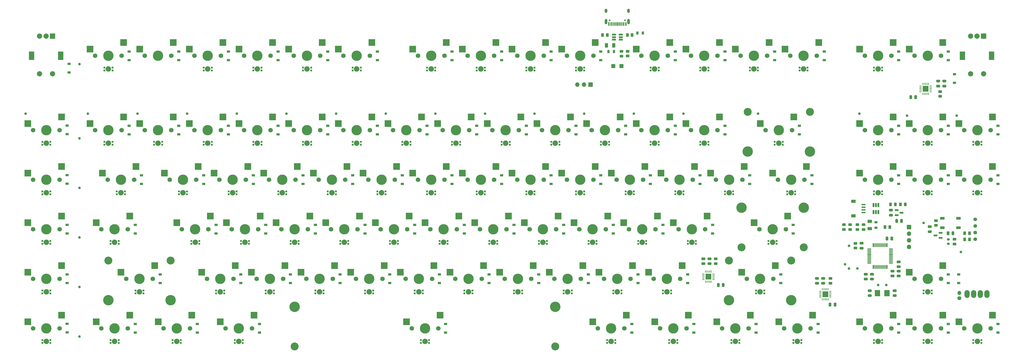
<source format=gbs>
%TF.GenerationSoftware,KiCad,Pcbnew,(6.0.0)*%
%TF.CreationDate,2022-03-06T17:03:46-05:00*%
%TF.ProjectId,keyboard0,6b657962-6f61-4726-9430-2e6b69636164,rev?*%
%TF.SameCoordinates,Original*%
%TF.FileFunction,Soldermask,Bot*%
%TF.FilePolarity,Negative*%
%FSLAX46Y46*%
G04 Gerber Fmt 4.6, Leading zero omitted, Abs format (unit mm)*
G04 Created by KiCad (PCBNEW (6.0.0)) date 2022-03-06 17:03:46*
%MOMM*%
%LPD*%
G01*
G04 APERTURE LIST*
G04 Aperture macros list*
%AMRoundRect*
0 Rectangle with rounded corners*
0 $1 Rounding radius*
0 $2 $3 $4 $5 $6 $7 $8 $9 X,Y pos of 4 corners*
0 Add a 4 corners polygon primitive as box body*
4,1,4,$2,$3,$4,$5,$6,$7,$8,$9,$2,$3,0*
0 Add four circle primitives for the rounded corners*
1,1,$1+$1,$2,$3*
1,1,$1+$1,$4,$5*
1,1,$1+$1,$6,$7*
1,1,$1+$1,$8,$9*
0 Add four rect primitives between the rounded corners*
20,1,$1+$1,$2,$3,$4,$5,0*
20,1,$1+$1,$4,$5,$6,$7,0*
20,1,$1+$1,$6,$7,$8,$9,0*
20,1,$1+$1,$8,$9,$2,$3,0*%
G04 Aperture macros list end*
%ADD10C,3.987800*%
%ADD11C,4.000000*%
%ADD12C,3.050000*%
%ADD13R,2.550000X2.500000*%
%ADD14C,1.750000*%
%ADD15R,0.800000X0.700000*%
%ADD16C,2.100000*%
%ADD17R,0.650000X1.560000*%
%ADD18O,1.000000X1.600000*%
%ADD19C,0.650000*%
%ADD20O,1.000000X2.100000*%
%ADD21R,0.300000X1.450000*%
%ADD22R,0.600000X1.450000*%
%ADD23RoundRect,0.250000X0.250000X0.475000X-0.250000X0.475000X-0.250000X-0.475000X0.250000X-0.475000X0*%
%ADD24RoundRect,0.075000X0.662500X-0.075000X0.662500X0.075000X-0.662500X0.075000X-0.662500X-0.075000X0*%
%ADD25RoundRect,0.075000X0.075000X-0.662500X0.075000X0.662500X-0.075000X0.662500X-0.075000X-0.662500X0*%
%ADD26RoundRect,0.243750X0.243750X0.456250X-0.243750X0.456250X-0.243750X-0.456250X0.243750X-0.456250X0*%
%ADD27RoundRect,0.250000X0.262500X0.450000X-0.262500X0.450000X-0.262500X-0.450000X0.262500X-0.450000X0*%
%ADD28R,1.560000X0.650000*%
%ADD29R,1.200000X0.900000*%
%ADD30RoundRect,0.050000X-0.050000X0.362500X-0.050000X-0.362500X0.050000X-0.362500X0.050000X0.362500X0*%
%ADD31RoundRect,0.050000X-0.362500X0.050000X-0.362500X-0.050000X0.362500X-0.050000X0.362500X0.050000X0*%
%ADD32R,2.300000X2.300000*%
%ADD33RoundRect,0.250000X0.475000X-0.250000X0.475000X0.250000X-0.475000X0.250000X-0.475000X-0.250000X0*%
%ADD34O,2.000000X3.000000*%
%ADD35C,1.524000*%
%ADD36O,1.524000X1.524000*%
%ADD37C,2.000000*%
%ADD38R,2.000000X3.200000*%
%ADD39R,2.000000X2.000000*%
%ADD40C,1.397000*%
%ADD41RoundRect,0.250000X-0.262500X-0.450000X0.262500X-0.450000X0.262500X0.450000X-0.262500X0.450000X0*%
%ADD42C,1.000000*%
%ADD43R,1.500000X1.500000*%
%ADD44RoundRect,0.218750X0.218750X0.381250X-0.218750X0.381250X-0.218750X-0.381250X0.218750X-0.381250X0*%
%ADD45RoundRect,0.250000X-0.475000X0.250000X-0.475000X-0.250000X0.475000X-0.250000X0.475000X0.250000X0*%
%ADD46RoundRect,0.250000X-0.625000X0.375000X-0.625000X-0.375000X0.625000X-0.375000X0.625000X0.375000X0*%
%ADD47RoundRect,0.218750X0.381250X-0.218750X0.381250X0.218750X-0.381250X0.218750X-0.381250X-0.218750X0*%
%ADD48R,1.700000X1.700000*%
%ADD49O,1.700000X1.700000*%
%ADD50RoundRect,0.250000X-0.450000X0.262500X-0.450000X-0.262500X0.450000X-0.262500X0.450000X0.262500X0*%
%ADD51RoundRect,0.150000X-0.587500X-0.150000X0.587500X-0.150000X0.587500X0.150000X-0.587500X0.150000X0*%
%ADD52R,2.000000X2.400000*%
%ADD53RoundRect,0.243750X0.456250X-0.243750X0.456250X0.243750X-0.456250X0.243750X-0.456250X-0.243750X0*%
%ADD54RoundRect,0.250000X-0.250000X-0.475000X0.250000X-0.475000X0.250000X0.475000X-0.250000X0.475000X0*%
%ADD55RoundRect,0.050000X0.362500X0.050000X-0.362500X0.050000X-0.362500X-0.050000X0.362500X-0.050000X0*%
%ADD56RoundRect,0.050000X0.050000X0.362500X-0.050000X0.362500X-0.050000X-0.362500X0.050000X-0.362500X0*%
%ADD57RoundRect,0.150000X0.587500X0.150000X-0.587500X0.150000X-0.587500X-0.150000X0.587500X-0.150000X0*%
%ADD58RoundRect,0.200000X-0.275000X0.200000X-0.275000X-0.200000X0.275000X-0.200000X0.275000X0.200000X0*%
%ADD59R,1.800000X1.100000*%
%ADD60R,1.550000X0.600000*%
%ADD61R,1.800000X1.200000*%
%ADD62RoundRect,0.250000X-0.375000X-0.625000X0.375000X-0.625000X0.375000X0.625000X-0.375000X0.625000X0*%
G04 APERTURE END LIST*
D10*
%TO.C,MX83*%
X175407700Y-202393500D03*
D11*
X125407700Y-194153500D03*
D12*
X225407700Y-209393500D03*
D13*
X168322700Y-199853500D03*
X181222700Y-197313500D03*
D14*
X180487700Y-202393500D03*
D11*
X225407700Y-194153500D03*
D12*
X125407700Y-209393500D03*
D14*
X170327700Y-202393500D03*
%TD*%
D12*
%TO.C,MX64*%
X296811300Y-171295900D03*
D11*
X296811300Y-156055900D03*
D13*
X301664300Y-161755900D03*
D14*
X313829300Y-164295900D03*
D11*
X320687300Y-156055900D03*
D13*
X314564300Y-159215900D03*
D12*
X320687300Y-171295900D03*
D14*
X303669300Y-164295900D03*
D10*
X308749300Y-164295900D03*
%TD*%
D13*
%TO.C,MX52*%
X49267700Y-161755900D03*
D10*
X56352700Y-164295900D03*
D14*
X61432700Y-164295900D03*
D13*
X62167700Y-159215900D03*
D14*
X51272700Y-164295900D03*
%TD*%
D15*
%TO.C,LED85*%
X248390700Y-206918500D03*
X248390700Y-208018500D03*
X245290700Y-206918500D03*
X245290700Y-208018500D03*
D16*
X246840700Y-207468500D03*
%TD*%
D17*
%TO.C,U2*%
X347484300Y-155008900D03*
X348434300Y-155008900D03*
X349384300Y-155008900D03*
X349384300Y-157708900D03*
X347484300Y-157708900D03*
X348434300Y-157708900D03*
%TD*%
D18*
%TO.C,USB1*%
X253541800Y-80304250D03*
D19*
X252111800Y-83954250D03*
D18*
X244901800Y-80304250D03*
D19*
X246331800Y-83954250D03*
D20*
X244901800Y-84484250D03*
X253541800Y-84484250D03*
D21*
X248971800Y-85399250D03*
X250971800Y-85399250D03*
X250471800Y-85399250D03*
X249971800Y-85399250D03*
X249471800Y-85399250D03*
X248471800Y-85399250D03*
X247971800Y-85399250D03*
X247471800Y-85399250D03*
D22*
X252471800Y-85399250D03*
X251671800Y-85399250D03*
X246771800Y-85399250D03*
X245971800Y-85399250D03*
X245971800Y-85399250D03*
X246771800Y-85399250D03*
X251671800Y-85399250D03*
X252471800Y-85399250D03*
%TD*%
D13*
%TO.C,MX63*%
X270710000Y-161755900D03*
D14*
X282875000Y-164295900D03*
D10*
X277795000Y-164295900D03*
D13*
X283610000Y-159215900D03*
D14*
X272715000Y-164295900D03*
%TD*%
D23*
%TO.C,C20*%
X354543350Y-167867550D03*
X352643350Y-167867550D03*
%TD*%
D24*
%TO.C,U14*%
X354184200Y-177364000D03*
X354184200Y-176864000D03*
X354184200Y-176364000D03*
X354184200Y-175864000D03*
X354184200Y-175364000D03*
X354184200Y-174864000D03*
X354184200Y-174364000D03*
X354184200Y-173864000D03*
X354184200Y-173364000D03*
X354184200Y-172864000D03*
X354184200Y-172364000D03*
X354184200Y-171864000D03*
D25*
X352771700Y-170451500D03*
X352271700Y-170451500D03*
X351771700Y-170451500D03*
X351271700Y-170451500D03*
X350771700Y-170451500D03*
X350271700Y-170451500D03*
X349771700Y-170451500D03*
X349271700Y-170451500D03*
X348771700Y-170451500D03*
X348271700Y-170451500D03*
X347771700Y-170451500D03*
X347271700Y-170451500D03*
D24*
X345859200Y-171864000D03*
X345859200Y-172364000D03*
X345859200Y-172864000D03*
X345859200Y-173364000D03*
X345859200Y-173864000D03*
X345859200Y-174364000D03*
X345859200Y-174864000D03*
X345859200Y-175364000D03*
X345859200Y-175864000D03*
X345859200Y-176364000D03*
X345859200Y-176864000D03*
X345859200Y-177364000D03*
D25*
X347271700Y-178776500D03*
X347771700Y-178776500D03*
X348271700Y-178776500D03*
X348771700Y-178776500D03*
X349271700Y-178776500D03*
X349771700Y-178776500D03*
X350271700Y-178776500D03*
X350771700Y-178776500D03*
X351271700Y-178776500D03*
X351771700Y-178776500D03*
X352271700Y-178776500D03*
X352771700Y-178776500D03*
%TD*%
D26*
%TO.C,D11*%
X355865200Y-154771500D03*
X353990200Y-154771500D03*
%TD*%
D27*
%TO.C,R64*%
X359664900Y-154771500D03*
X357839900Y-154771500D03*
%TD*%
D28*
%TO.C,U1*%
X250571800Y-89531800D03*
X250571800Y-90481800D03*
X250571800Y-91431800D03*
X247871800Y-91431800D03*
X247871800Y-89531800D03*
X247871800Y-90481800D03*
%TD*%
D13*
%TO.C,MX14-1*%
X361191800Y-95085100D03*
D14*
X373356800Y-97625100D03*
D10*
X368276800Y-97625100D03*
D13*
X374091800Y-92545100D03*
D14*
X363196800Y-97625100D03*
%TD*%
D13*
%TO.C,MX1-1*%
X65935400Y-95085100D03*
D14*
X78100400Y-97625100D03*
D10*
X73020400Y-97625100D03*
D13*
X78835400Y-92545100D03*
D14*
X67940400Y-97625100D03*
%TD*%
D29*
%TO.C,KD14-1*%
X376213800Y-95975100D03*
X376213800Y-99275100D03*
%TD*%
%TO.C,KD1-1*%
X80957400Y-95975100D03*
X80957400Y-99275100D03*
%TD*%
D13*
%TO.C,MX51*%
X23075600Y-161755900D03*
D14*
X35240600Y-164295900D03*
D10*
X30160600Y-164295900D03*
D13*
X35975600Y-159215900D03*
D14*
X25080600Y-164295900D03*
%TD*%
D30*
%TO.C,I3*%
X327788650Y-187359950D03*
X328188650Y-187359950D03*
X328588650Y-187359950D03*
X328988650Y-187359950D03*
X329388650Y-187359950D03*
X329788650Y-187359950D03*
X330188650Y-187359950D03*
D31*
X330926150Y-188097450D03*
X330926150Y-188497450D03*
X330926150Y-188897450D03*
X330926150Y-189297450D03*
X330926150Y-189697450D03*
X330926150Y-190097450D03*
X330926150Y-190497450D03*
D30*
X330188650Y-191234950D03*
X329788650Y-191234950D03*
X329388650Y-191234950D03*
X328988650Y-191234950D03*
X328588650Y-191234950D03*
X328188650Y-191234950D03*
X327788650Y-191234950D03*
D31*
X327051150Y-190497450D03*
X327051150Y-190097450D03*
X327051150Y-189697450D03*
X327051150Y-189297450D03*
X327051150Y-188897450D03*
X327051150Y-188497450D03*
X327051150Y-188097450D03*
D32*
X328988650Y-189297450D03*
%TD*%
D33*
%TO.C,C10*%
X284541450Y-177548250D03*
X284541450Y-175648250D03*
%TD*%
D10*
%TO.C,MX77*%
X303977562Y-183343844D03*
D11*
X292049100Y-191584700D03*
X315925100Y-191584700D03*
D13*
X296892562Y-180803844D03*
D12*
X315925100Y-176344700D03*
D13*
X309792562Y-178263844D03*
D14*
X298897562Y-183343844D03*
X309057562Y-183343844D03*
D12*
X292049100Y-176344700D03*
%TD*%
D34*
%TO.C,ROT2-1*%
X383375600Y-189194700D03*
X385915600Y-189194700D03*
X388455600Y-189194700D03*
X390995600Y-189194700D03*
D35*
X380375600Y-190844700D03*
D36*
X380375600Y-188844700D03*
%TD*%
D29*
%TO.C,D6*%
X380182300Y-184994700D03*
X380182300Y-181694700D03*
%TD*%
D13*
%TO.C,MX2*%
X84984200Y-95085100D03*
D14*
X97149200Y-97625100D03*
D10*
X92069200Y-97625100D03*
D13*
X97884200Y-92545100D03*
D14*
X86989200Y-97625100D03*
%TD*%
D13*
%TO.C,MX15*%
X23075600Y-123658300D03*
D14*
X35240600Y-126198300D03*
D10*
X30160600Y-126198300D03*
D13*
X35975600Y-121118300D03*
D14*
X25080600Y-126198300D03*
%TD*%
D13*
%TO.C,MX33*%
X23075600Y-142707100D03*
D14*
X35240600Y-145247100D03*
D10*
X30160600Y-145247100D03*
D13*
X35975600Y-140167100D03*
D14*
X25080600Y-145247100D03*
%TD*%
D13*
%TO.C,MX65*%
X23075600Y-180804700D03*
D14*
X35240600Y-183344700D03*
D10*
X30160600Y-183344700D03*
D13*
X35975600Y-178264700D03*
D14*
X25080600Y-183344700D03*
%TD*%
D13*
%TO.C,MX1*%
X46886600Y-95085100D03*
D14*
X59051600Y-97625100D03*
D10*
X53971600Y-97625100D03*
D13*
X59786600Y-92545100D03*
D14*
X48891600Y-97625100D03*
%TD*%
D13*
%TO.C,MX16*%
X46886600Y-123658300D03*
D14*
X59051600Y-126198300D03*
D10*
X53971600Y-126198300D03*
D13*
X59786600Y-121118300D03*
D14*
X48891600Y-126198300D03*
%TD*%
D10*
%TO.C,MX34*%
X58733800Y-145247100D03*
D13*
X64548800Y-140167100D03*
D14*
X63813800Y-145247100D03*
D13*
X51648800Y-142707100D03*
D14*
X53653800Y-145247100D03*
%TD*%
D13*
%TO.C,MX79*%
X23075600Y-199853500D03*
D14*
X35240600Y-202393500D03*
D10*
X30160600Y-202393500D03*
D13*
X35975600Y-197313500D03*
D14*
X25080600Y-202393500D03*
%TD*%
D13*
%TO.C,MX18*%
X84984200Y-123658300D03*
D14*
X97149200Y-126198300D03*
D10*
X92069200Y-126198300D03*
D13*
X97884200Y-121118300D03*
D14*
X86989200Y-126198300D03*
%TD*%
D13*
%TO.C,MX36*%
X94508600Y-142707100D03*
D14*
X106673600Y-145247100D03*
D10*
X101593600Y-145247100D03*
D13*
X107408600Y-140167100D03*
D14*
X96513600Y-145247100D03*
%TD*%
D13*
%TO.C,MX54*%
X99270800Y-161755900D03*
D14*
X111435800Y-164295900D03*
D10*
X106355800Y-164295900D03*
D13*
X112170800Y-159215900D03*
D14*
X101275800Y-164295900D03*
%TD*%
D13*
%TO.C,MX67*%
X89746400Y-180804700D03*
D14*
X101911400Y-183344700D03*
D10*
X96831400Y-183344700D03*
D13*
X102646400Y-178264700D03*
D14*
X91751400Y-183344700D03*
%TD*%
D13*
%TO.C,MX82*%
X96889700Y-199853500D03*
D10*
X103974700Y-202393500D03*
D14*
X109054700Y-202393500D03*
D13*
X109789700Y-197313500D03*
D14*
X98894700Y-202393500D03*
%TD*%
D13*
%TO.C,MX17*%
X65935400Y-123658300D03*
D14*
X78100400Y-126198300D03*
D10*
X73020400Y-126198300D03*
D13*
X78835400Y-121118300D03*
D14*
X67940400Y-126198300D03*
%TD*%
D13*
%TO.C,MX35*%
X75459800Y-142707100D03*
D14*
X87624800Y-145247100D03*
D10*
X82544800Y-145247100D03*
D13*
X88359800Y-140167100D03*
D14*
X77464800Y-145247100D03*
%TD*%
D13*
%TO.C,MX53*%
X80163700Y-161755900D03*
D14*
X92328700Y-164295900D03*
D10*
X87248700Y-164295900D03*
D13*
X93063700Y-159215900D03*
D14*
X82168700Y-164295900D03*
%TD*%
D13*
%TO.C,MX66*%
X58792100Y-180804700D03*
D14*
X70957100Y-183344700D03*
D11*
X77815100Y-191584700D03*
D13*
X71692100Y-178264700D03*
D11*
X53939100Y-191584700D03*
D12*
X53939100Y-176344700D03*
D14*
X60797100Y-183344700D03*
D10*
X65877100Y-183344700D03*
D12*
X77815100Y-176344700D03*
%TD*%
D13*
%TO.C,MX81*%
X73078700Y-199853500D03*
D10*
X80163700Y-202393500D03*
D14*
X85243700Y-202393500D03*
D13*
X85978700Y-197313500D03*
D14*
X75083700Y-202393500D03*
%TD*%
D13*
%TO.C,MX3*%
X104033000Y-95085100D03*
D14*
X116198000Y-97625100D03*
D10*
X111118000Y-97625100D03*
D13*
X116933000Y-92545100D03*
D14*
X106038000Y-97625100D03*
%TD*%
D13*
%TO.C,MX37*%
X113557400Y-142707100D03*
D14*
X125722400Y-145247100D03*
D10*
X120642400Y-145247100D03*
D13*
X126457400Y-140167100D03*
D14*
X115562400Y-145247100D03*
%TD*%
D13*
%TO.C,MX55*%
X118319600Y-161755900D03*
D14*
X130484600Y-164295900D03*
D10*
X125404600Y-164295900D03*
D13*
X131219600Y-159215900D03*
D14*
X120324600Y-164295900D03*
%TD*%
D13*
%TO.C,MX68*%
X108795200Y-180804700D03*
D14*
X120960200Y-183344700D03*
D10*
X115880200Y-183344700D03*
D13*
X121695200Y-178264700D03*
D14*
X110800200Y-183344700D03*
%TD*%
D13*
%TO.C,MX70*%
X146892800Y-180804700D03*
D14*
X159057800Y-183344700D03*
D10*
X153977800Y-183344700D03*
D13*
X159792800Y-178264700D03*
D14*
X148897800Y-183344700D03*
%TD*%
D13*
%TO.C,MX4*%
X123081800Y-95085100D03*
D14*
X135246800Y-97625100D03*
D10*
X130166800Y-97625100D03*
D13*
X135981800Y-92545100D03*
D14*
X125086800Y-97625100D03*
%TD*%
D13*
%TO.C,MX20*%
X123081800Y-123658300D03*
D14*
X135246800Y-126198300D03*
D10*
X130166800Y-126198300D03*
D13*
X135981800Y-121118300D03*
D14*
X125086800Y-126198300D03*
%TD*%
D13*
%TO.C,MX38*%
X132606200Y-142707100D03*
D14*
X144771200Y-145247100D03*
D10*
X139691200Y-145247100D03*
D13*
X145506200Y-140167100D03*
D14*
X134611200Y-145247100D03*
%TD*%
D13*
%TO.C,MX56*%
X137368400Y-161755900D03*
D14*
X149533400Y-164295900D03*
D10*
X144453400Y-164295900D03*
D13*
X150268400Y-159215900D03*
D14*
X139373400Y-164295900D03*
%TD*%
D13*
%TO.C,MX69*%
X127844000Y-180804700D03*
D14*
X140009000Y-183344700D03*
D10*
X134929000Y-183344700D03*
D13*
X140744000Y-178264700D03*
D14*
X129849000Y-183344700D03*
%TD*%
D13*
%TO.C,MX5*%
X142130600Y-95085100D03*
D14*
X154295600Y-97625100D03*
D10*
X149215600Y-97625100D03*
D13*
X155030600Y-92545100D03*
D14*
X144135600Y-97625100D03*
%TD*%
D13*
%TO.C,MX39*%
X151655000Y-142707100D03*
D14*
X163820000Y-145247100D03*
D10*
X158740000Y-145247100D03*
D13*
X164555000Y-140167100D03*
D14*
X153660000Y-145247100D03*
%TD*%
D13*
%TO.C,MX57*%
X156417200Y-161755900D03*
D14*
X168582200Y-164295900D03*
D10*
X163502200Y-164295900D03*
D13*
X169317200Y-159215900D03*
D14*
X158422200Y-164295900D03*
%TD*%
D13*
%TO.C,MX71*%
X165941600Y-180804700D03*
D14*
X178106600Y-183344700D03*
D10*
X173026600Y-183344700D03*
D13*
X178841600Y-178264700D03*
D14*
X167946600Y-183344700D03*
%TD*%
D13*
%TO.C,MX22*%
X161179400Y-123658300D03*
D14*
X173344400Y-126198300D03*
D10*
X168264400Y-126198300D03*
D13*
X174079400Y-121118300D03*
D14*
X163184400Y-126198300D03*
%TD*%
D13*
%TO.C,MX40*%
X170703800Y-142707100D03*
D14*
X182868800Y-145247100D03*
D10*
X177788800Y-145247100D03*
D13*
X183603800Y-140167100D03*
D14*
X172708800Y-145247100D03*
%TD*%
D13*
%TO.C,MX58*%
X175466000Y-161755900D03*
D14*
X187631000Y-164295900D03*
D10*
X182551000Y-164295900D03*
D13*
X188366000Y-159215900D03*
D14*
X177471000Y-164295900D03*
%TD*%
D13*
%TO.C,MX72*%
X184990400Y-180804700D03*
D14*
X197155400Y-183344700D03*
D10*
X192075400Y-183344700D03*
D13*
X197890400Y-178264700D03*
D14*
X186995400Y-183344700D03*
%TD*%
D13*
%TO.C,MX7*%
X189752600Y-95085100D03*
D14*
X201917600Y-97625100D03*
D10*
X196837600Y-97625100D03*
D13*
X202652600Y-92545100D03*
D14*
X191757600Y-97625100D03*
%TD*%
D13*
%TO.C,MX23*%
X180228200Y-123658300D03*
D14*
X192393200Y-126198300D03*
D10*
X187313200Y-126198300D03*
D13*
X193128200Y-121118300D03*
D14*
X182233200Y-126198300D03*
%TD*%
D13*
%TO.C,MX41*%
X189752600Y-142707100D03*
D14*
X201917600Y-145247100D03*
D10*
X196837600Y-145247100D03*
D13*
X202652600Y-140167100D03*
D14*
X191757600Y-145247100D03*
%TD*%
D13*
%TO.C,MX59*%
X194514800Y-161755900D03*
D14*
X206679800Y-164295900D03*
D10*
X201599800Y-164295900D03*
D13*
X207414800Y-159215900D03*
D14*
X196519800Y-164295900D03*
%TD*%
D13*
%TO.C,MX73*%
X204039200Y-180804700D03*
D14*
X216204200Y-183344700D03*
D10*
X211124200Y-183344700D03*
D13*
X216939200Y-178264700D03*
D14*
X206044200Y-183344700D03*
%TD*%
D13*
%TO.C,MX8*%
X208801400Y-95085100D03*
D14*
X220966400Y-97625100D03*
D10*
X215886400Y-97625100D03*
D13*
X221701400Y-92545100D03*
D14*
X210806400Y-97625100D03*
%TD*%
D13*
%TO.C,MX24*%
X199277000Y-123658300D03*
D14*
X211442000Y-126198300D03*
D10*
X206362000Y-126198300D03*
D13*
X212177000Y-121118300D03*
D14*
X201282000Y-126198300D03*
%TD*%
D13*
%TO.C,MX42*%
X208801400Y-142707100D03*
D14*
X220966400Y-145247100D03*
D10*
X215886400Y-145247100D03*
D13*
X221701400Y-140167100D03*
D14*
X210806400Y-145247100D03*
%TD*%
D13*
%TO.C,MX60*%
X213563600Y-161755900D03*
D14*
X225728600Y-164295900D03*
D10*
X220648600Y-164295900D03*
D13*
X226463600Y-159215900D03*
D14*
X215568600Y-164295900D03*
%TD*%
D13*
%TO.C,MX74*%
X223088000Y-180804700D03*
D14*
X235253000Y-183344700D03*
D10*
X230173000Y-183344700D03*
D13*
X235988000Y-178264700D03*
D14*
X225093000Y-183344700D03*
%TD*%
D13*
%TO.C,MX9*%
X227850200Y-95085100D03*
D14*
X240015200Y-97625100D03*
D10*
X234935200Y-97625100D03*
D13*
X240750200Y-92545100D03*
D14*
X229855200Y-97625100D03*
%TD*%
D13*
%TO.C,MX25*%
X218325800Y-123658300D03*
D14*
X230490800Y-126198300D03*
D10*
X225410800Y-126198300D03*
D13*
X231225800Y-121118300D03*
D14*
X220330800Y-126198300D03*
%TD*%
D13*
%TO.C,MX43*%
X227850200Y-142707100D03*
D14*
X240015200Y-145247100D03*
D10*
X234935200Y-145247100D03*
D13*
X240750200Y-140167100D03*
D14*
X229855200Y-145247100D03*
%TD*%
D13*
%TO.C,MX61*%
X232612400Y-161755900D03*
D14*
X244777400Y-164295900D03*
D10*
X239697400Y-164295900D03*
D13*
X245512400Y-159215900D03*
D14*
X234617400Y-164295900D03*
%TD*%
D13*
%TO.C,MX75*%
X242136800Y-180804700D03*
D14*
X254301800Y-183344700D03*
D10*
X249221800Y-183344700D03*
D13*
X255036800Y-178264700D03*
D14*
X244141800Y-183344700D03*
%TD*%
%TO.C,MX84*%
X241760700Y-202393500D03*
D13*
X252655700Y-197313500D03*
D14*
X251920700Y-202393500D03*
D10*
X246840700Y-202393500D03*
D13*
X239755700Y-199853500D03*
%TD*%
%TO.C,MX10*%
X256423400Y-95085100D03*
D14*
X268588400Y-97625100D03*
D10*
X263508400Y-97625100D03*
D13*
X269323400Y-92545100D03*
D14*
X258428400Y-97625100D03*
%TD*%
D13*
%TO.C,MX26*%
X237374600Y-123658300D03*
D14*
X249539600Y-126198300D03*
D10*
X244459600Y-126198300D03*
D13*
X250274600Y-121118300D03*
D14*
X239379600Y-126198300D03*
%TD*%
D13*
%TO.C,MX44*%
X246899000Y-142707100D03*
D14*
X259064000Y-145247100D03*
D10*
X253984000Y-145247100D03*
D13*
X259799000Y-140167100D03*
D14*
X248904000Y-145247100D03*
%TD*%
D13*
%TO.C,MX62*%
X251661200Y-161755900D03*
D14*
X263826200Y-164295900D03*
D10*
X258746200Y-164295900D03*
D13*
X264561200Y-159215900D03*
D14*
X253666200Y-164295900D03*
%TD*%
D13*
%TO.C,MX76*%
X261185600Y-180804700D03*
D14*
X273350600Y-183344700D03*
D10*
X268270600Y-183344700D03*
D13*
X274085600Y-178264700D03*
D14*
X263190600Y-183344700D03*
%TD*%
D13*
%TO.C,MX11*%
X275472200Y-95085100D03*
D14*
X287637200Y-97625100D03*
D10*
X282557200Y-97625100D03*
D13*
X288372200Y-92545100D03*
D14*
X277477200Y-97625100D03*
%TD*%
D13*
%TO.C,MX27*%
X256423400Y-123658300D03*
D14*
X268588400Y-126198300D03*
D10*
X263508400Y-126198300D03*
D13*
X269323400Y-121118300D03*
D14*
X258428400Y-126198300D03*
%TD*%
D13*
%TO.C,MX45*%
X265947800Y-142707100D03*
D14*
X278112800Y-145247100D03*
D10*
X273032800Y-145247100D03*
D13*
X278847800Y-140167100D03*
D14*
X267952800Y-145247100D03*
%TD*%
D13*
%TO.C,MX85*%
X263566700Y-199853500D03*
D10*
X270651700Y-202393500D03*
D14*
X275731700Y-202393500D03*
D13*
X276466700Y-197313500D03*
D14*
X265571700Y-202393500D03*
%TD*%
D13*
%TO.C,MX86*%
X287377700Y-199853500D03*
D10*
X294462700Y-202393500D03*
D14*
X299542700Y-202393500D03*
D13*
X300277700Y-197313500D03*
D14*
X289382700Y-202393500D03*
%TD*%
D13*
%TO.C,MX12*%
X294521000Y-95085100D03*
D14*
X306686000Y-97625100D03*
D10*
X301606000Y-97625100D03*
D13*
X307421000Y-92545100D03*
D14*
X296526000Y-97625100D03*
%TD*%
D13*
%TO.C,MX28*%
X275472200Y-123658300D03*
D14*
X287637200Y-126198300D03*
D10*
X282557200Y-126198300D03*
D13*
X288372200Y-121118300D03*
D14*
X277477200Y-126198300D03*
%TD*%
D13*
%TO.C,MX46*%
X284996600Y-142707100D03*
D14*
X297161600Y-145247100D03*
D10*
X292081600Y-145247100D03*
D13*
X297896600Y-140167100D03*
D14*
X287001600Y-145247100D03*
%TD*%
D13*
%TO.C,MX87*%
X311188700Y-199853500D03*
D10*
X318273700Y-202393500D03*
D14*
X323353700Y-202393500D03*
D13*
X324088700Y-197313500D03*
D14*
X313193700Y-202393500D03*
%TD*%
D13*
%TO.C,MX13*%
X313569800Y-95085100D03*
D14*
X325734800Y-97625100D03*
D10*
X320654800Y-97625100D03*
D13*
X326469800Y-92545100D03*
D14*
X315574800Y-97625100D03*
%TD*%
D12*
%TO.C,MX29*%
X299192400Y-119198300D03*
X323068400Y-119198300D03*
D13*
X304045400Y-123658300D03*
D14*
X306050400Y-126198300D03*
D10*
X311130400Y-126198300D03*
D11*
X323068400Y-134438300D03*
X299192400Y-134438300D03*
D14*
X316210400Y-126198300D03*
D13*
X316945400Y-121118300D03*
%TD*%
D10*
%TO.C,MX47*%
X315892600Y-145247100D03*
D13*
X321707600Y-140167100D03*
D14*
X320972600Y-145247100D03*
D13*
X308807600Y-142707100D03*
D14*
X310812600Y-145247100D03*
%TD*%
D13*
%TO.C,MX88*%
X342143000Y-199853500D03*
D14*
X354308000Y-202393500D03*
D10*
X349228000Y-202393500D03*
D13*
X355043000Y-197313500D03*
D14*
X344148000Y-202393500D03*
%TD*%
D13*
%TO.C,MX30*%
X342143000Y-123658300D03*
D14*
X354308000Y-126198300D03*
D10*
X349228000Y-126198300D03*
D13*
X355043000Y-121118300D03*
D14*
X344148000Y-126198300D03*
%TD*%
D13*
%TO.C,MX48*%
X342143000Y-142707100D03*
D14*
X354308000Y-145247100D03*
D10*
X349228000Y-145247100D03*
D13*
X355043000Y-140167100D03*
D14*
X344148000Y-145247100D03*
%TD*%
D13*
%TO.C,MX31*%
X361191800Y-123658300D03*
D14*
X373356800Y-126198300D03*
D10*
X368276800Y-126198300D03*
D13*
X374091800Y-121118300D03*
D14*
X363196800Y-126198300D03*
%TD*%
D13*
%TO.C,MX49*%
X361191800Y-142707100D03*
D14*
X373356800Y-145247100D03*
D10*
X368276800Y-145247100D03*
D13*
X374091800Y-140167100D03*
D14*
X363196800Y-145247100D03*
%TD*%
D13*
%TO.C,MX78*%
X361191800Y-180804700D03*
D14*
X373356800Y-183344700D03*
D10*
X368276800Y-183344700D03*
D13*
X374091800Y-178264700D03*
D14*
X363196800Y-183344700D03*
%TD*%
D13*
%TO.C,MX89*%
X361191800Y-199853500D03*
D14*
X373356800Y-202393500D03*
D10*
X368276800Y-202393500D03*
D13*
X374091800Y-197313500D03*
D14*
X363196800Y-202393500D03*
%TD*%
D13*
%TO.C,MX50*%
X380240600Y-142707100D03*
D14*
X392405600Y-145247100D03*
D10*
X387325600Y-145247100D03*
D13*
X393140600Y-140167100D03*
D14*
X382245600Y-145247100D03*
%TD*%
D13*
%TO.C,MX90*%
X380240600Y-199853500D03*
D14*
X392405600Y-202393500D03*
D10*
X387325600Y-202393500D03*
D13*
X393140600Y-197313500D03*
D14*
X382245600Y-202393500D03*
%TD*%
D37*
%TO.C,ROT2*%
X384706700Y-104584950D03*
X389706700Y-104584950D03*
D38*
X381606700Y-97584950D03*
X392806700Y-97584950D03*
D37*
X384706700Y-90084950D03*
X387206700Y-90084950D03*
D39*
X389706700Y-90084950D03*
%TD*%
D13*
%TO.C,MX6*%
X170703800Y-95085100D03*
D14*
X182868800Y-97625100D03*
D10*
X177788800Y-97625100D03*
D13*
X183603800Y-92545100D03*
D14*
X172708800Y-97625100D03*
%TD*%
D13*
%TO.C,MX21*%
X142130600Y-123658300D03*
D14*
X154295600Y-126198300D03*
D10*
X149215600Y-126198300D03*
D13*
X155030600Y-121118300D03*
D14*
X144135600Y-126198300D03*
%TD*%
D13*
%TO.C,MX32*%
X380240600Y-123658300D03*
D14*
X392405600Y-126198300D03*
D10*
X387325600Y-126198300D03*
D13*
X393140600Y-121118300D03*
D14*
X382245600Y-126198300D03*
%TD*%
D13*
%TO.C,MX19*%
X104033000Y-123658300D03*
D14*
X116198000Y-126198300D03*
D10*
X111118000Y-126198300D03*
D13*
X116933000Y-121118300D03*
D14*
X106038000Y-126198300D03*
%TD*%
D37*
%TO.C,ROT1*%
X27541700Y-104584950D03*
X32541700Y-104584950D03*
D38*
X24441700Y-97584950D03*
X35641700Y-97584950D03*
D37*
X27541700Y-90084950D03*
X30041700Y-90084950D03*
D39*
X32541700Y-90084950D03*
%TD*%
D13*
%TO.C,MX14*%
X342143000Y-95085100D03*
D14*
X354308000Y-97625100D03*
D10*
X349228000Y-97625100D03*
D13*
X355043000Y-92545100D03*
D14*
X344148000Y-97625100D03*
%TD*%
D40*
%TO.C,OL1*%
X386531900Y-168105900D03*
X386531900Y-165565900D03*
X386531900Y-163025900D03*
X386531900Y-160485900D03*
%TD*%
D13*
%TO.C,MX80*%
X49267700Y-199853500D03*
D10*
X56352700Y-202393500D03*
D14*
X61432700Y-202393500D03*
D13*
X62167700Y-197313500D03*
D14*
X51272700Y-202393500D03*
%TD*%
D29*
%TO.C,KD15*%
X38097600Y-127785700D03*
X38097600Y-124485700D03*
%TD*%
%TO.C,KD33*%
X38097600Y-146834500D03*
X38097600Y-143534500D03*
%TD*%
%TO.C,KD51*%
X38097600Y-165945900D03*
X38097600Y-162645900D03*
%TD*%
%TO.C,KD65*%
X38097600Y-184994700D03*
X38097600Y-181694700D03*
%TD*%
%TO.C,KD80*%
X64289700Y-204043500D03*
X64289700Y-200743500D03*
%TD*%
%TO.C,KD1*%
X61908600Y-95975100D03*
X61908600Y-99275100D03*
%TD*%
%TO.C,KD16*%
X61908600Y-127848300D03*
X61908600Y-124548300D03*
%TD*%
%TO.C,KD34*%
X66670800Y-146897100D03*
X66670800Y-143597100D03*
%TD*%
%TO.C,KD52*%
X64289700Y-165945900D03*
X64289700Y-162645900D03*
%TD*%
%TO.C,KD79*%
X38097600Y-203980900D03*
X38097600Y-200680900D03*
%TD*%
%TO.C,KD2*%
X100006200Y-95975100D03*
X100006200Y-99275100D03*
%TD*%
%TO.C,KD18*%
X100006200Y-127848300D03*
X100006200Y-124548300D03*
%TD*%
%TO.C,KD36*%
X109530600Y-146897100D03*
X109530600Y-143597100D03*
%TD*%
%TO.C,KD54*%
X114292800Y-165945900D03*
X114292800Y-162645900D03*
%TD*%
%TO.C,KD67*%
X104768400Y-184994700D03*
X104768400Y-181694700D03*
%TD*%
%TO.C,KD82*%
X111911700Y-204043500D03*
X111911700Y-200743500D03*
%TD*%
%TO.C,KD17*%
X80957400Y-127848300D03*
X80957400Y-124548300D03*
%TD*%
%TO.C,KD35*%
X90481800Y-146897100D03*
X90481800Y-143597100D03*
%TD*%
%TO.C,KD53*%
X95244000Y-165945900D03*
X95244000Y-162645900D03*
%TD*%
%TO.C,KD66*%
X73814100Y-184994700D03*
X73814100Y-181694700D03*
%TD*%
%TO.C,KD81*%
X88100700Y-204043500D03*
X88100700Y-200743500D03*
%TD*%
%TO.C,KD3*%
X119055000Y-95975100D03*
X119055000Y-99275100D03*
%TD*%
%TO.C,KD19*%
X119055000Y-127848300D03*
X119055000Y-124548300D03*
%TD*%
%TO.C,KD37*%
X128579400Y-146897100D03*
X128579400Y-143597100D03*
%TD*%
%TO.C,KD55*%
X133341600Y-165945900D03*
X133341600Y-162645900D03*
%TD*%
%TO.C,KD68*%
X123817200Y-184994700D03*
X123817200Y-181694700D03*
%TD*%
%TO.C,KD70*%
X161914800Y-184994700D03*
X161914800Y-181694700D03*
%TD*%
%TO.C,KD4*%
X138103800Y-95975100D03*
X138103800Y-99275100D03*
%TD*%
%TO.C,KD20*%
X138103800Y-127848300D03*
X138103800Y-124548300D03*
%TD*%
%TO.C,KD38*%
X147628200Y-146897100D03*
X147628200Y-143597100D03*
%TD*%
%TO.C,KD56*%
X152390400Y-165945900D03*
X152390400Y-162645900D03*
%TD*%
%TO.C,KD69*%
X142866000Y-184994700D03*
X142866000Y-181694700D03*
%TD*%
%TO.C,KD5*%
X157152600Y-95975100D03*
X157152600Y-99275100D03*
%TD*%
%TO.C,KD21*%
X157152600Y-127848300D03*
X157152600Y-124548300D03*
%TD*%
%TO.C,KD39*%
X166677000Y-146897100D03*
X166677000Y-143597100D03*
%TD*%
%TO.C,KD57*%
X171439200Y-165945900D03*
X171439200Y-162645900D03*
%TD*%
%TO.C,KD71*%
X180963600Y-184994700D03*
X180963600Y-181694700D03*
%TD*%
%TO.C,KD83*%
X183344700Y-204043500D03*
X183344700Y-200743500D03*
%TD*%
%TO.C,KD6*%
X185725800Y-95975100D03*
X185725800Y-99275100D03*
%TD*%
%TO.C,KD22*%
X176201400Y-127848300D03*
X176201400Y-124548300D03*
%TD*%
%TO.C,KD40*%
X185725800Y-146897100D03*
X185725800Y-143597100D03*
%TD*%
%TO.C,KD58*%
X190488000Y-165945900D03*
X190488000Y-162645900D03*
%TD*%
%TO.C,KD72*%
X200012400Y-184994700D03*
X200012400Y-181694700D03*
%TD*%
%TO.C,KD7*%
X204774600Y-95975100D03*
X204774600Y-99275100D03*
%TD*%
%TO.C,KD23*%
X195250200Y-127848300D03*
X195250200Y-124548300D03*
%TD*%
%TO.C,KD41*%
X204774600Y-146897100D03*
X204774600Y-143597100D03*
%TD*%
%TO.C,KD59*%
X209536800Y-165945900D03*
X209536800Y-162645900D03*
%TD*%
%TO.C,KD73*%
X219061200Y-184994700D03*
X219061200Y-181694700D03*
%TD*%
%TO.C,KD8*%
X223823400Y-95975100D03*
X223823400Y-99275100D03*
%TD*%
%TO.C,KD24*%
X214299000Y-127848300D03*
X214299000Y-124548300D03*
%TD*%
%TO.C,KD42*%
X223823400Y-146897100D03*
X223823400Y-143597100D03*
%TD*%
%TO.C,KD60*%
X228585600Y-165945900D03*
X228585600Y-162645900D03*
%TD*%
%TO.C,KD74*%
X238110000Y-184994700D03*
X238110000Y-181694700D03*
%TD*%
%TO.C,KD25*%
X233347800Y-127848300D03*
X233347800Y-124548300D03*
%TD*%
%TO.C,KD43*%
X242872200Y-146897100D03*
X242872200Y-143597100D03*
%TD*%
%TO.C,KD61*%
X247634400Y-165945900D03*
X247634400Y-162645900D03*
%TD*%
%TO.C,KD75*%
X257158800Y-184994700D03*
X257158800Y-181694700D03*
%TD*%
%TO.C,KD84*%
X254777700Y-204043500D03*
X254777700Y-200743500D03*
%TD*%
%TO.C,KD10*%
X271445400Y-95975100D03*
X271445400Y-99275100D03*
%TD*%
%TO.C,KD26*%
X252396600Y-127848300D03*
X252396600Y-124548300D03*
%TD*%
%TO.C,KD44*%
X261921000Y-146897100D03*
X261921000Y-143597100D03*
%TD*%
%TO.C,KD62*%
X266683200Y-165945900D03*
X266683200Y-162645900D03*
%TD*%
%TO.C,KD11*%
X290494200Y-95975100D03*
X290494200Y-99275100D03*
%TD*%
%TO.C,KD27*%
X271445400Y-127848300D03*
X271445400Y-124548300D03*
%TD*%
%TO.C,KD45*%
X280969800Y-146897100D03*
X280969800Y-143597100D03*
%TD*%
%TO.C,KD63*%
X285732000Y-165945900D03*
X285732000Y-162645900D03*
%TD*%
%TO.C,KD85*%
X278588700Y-204043500D03*
X278588700Y-200743500D03*
%TD*%
%TO.C,KD86*%
X302399700Y-204043500D03*
X302399700Y-200743500D03*
%TD*%
%TO.C,KD12*%
X309543000Y-95975100D03*
X309543000Y-99275100D03*
%TD*%
%TO.C,KD28*%
X290494200Y-127848300D03*
X290494200Y-124548300D03*
%TD*%
%TO.C,KD46*%
X300018600Y-146897100D03*
X300018600Y-143597100D03*
%TD*%
%TO.C,KD87*%
X326210700Y-204043500D03*
X326210700Y-200743500D03*
%TD*%
%TO.C,KD13*%
X328591800Y-95975100D03*
X328591800Y-99275100D03*
%TD*%
%TO.C,KD29*%
X319067400Y-127848300D03*
X319067400Y-124548300D03*
%TD*%
%TO.C,KD47*%
X323829600Y-146897100D03*
X323829600Y-143597100D03*
%TD*%
%TO.C,KD64*%
X316686300Y-165945900D03*
X316686300Y-162645900D03*
%TD*%
%TO.C,KD77*%
X311924100Y-184994700D03*
X311924100Y-181694700D03*
%TD*%
%TO.C,KD88*%
X357165000Y-204043500D03*
X357165000Y-200743500D03*
%TD*%
%TO.C,KD14*%
X357165000Y-95975100D03*
X357165000Y-99275100D03*
%TD*%
%TO.C,KD30*%
X357165000Y-127848300D03*
X357165000Y-124548300D03*
%TD*%
%TO.C,KD48*%
X357165000Y-146897100D03*
X357165000Y-143597100D03*
%TD*%
%TO.C,KD31*%
X376213800Y-127848300D03*
X376213800Y-124548300D03*
%TD*%
%TO.C,KD49*%
X376213800Y-146897100D03*
X376213800Y-143597100D03*
%TD*%
%TO.C,KD78*%
X376213800Y-184994700D03*
X376213800Y-181694700D03*
%TD*%
%TO.C,KD89*%
X376213800Y-204043500D03*
X376213800Y-200743500D03*
%TD*%
%TO.C,KD32*%
X395262600Y-127848300D03*
X395262600Y-124548300D03*
%TD*%
%TO.C,KD50*%
X395262600Y-146897100D03*
X395262600Y-143597100D03*
%TD*%
%TO.C,KD90*%
X395262600Y-204043500D03*
X395262600Y-200743500D03*
%TD*%
%TO.C,D4*%
X378594900Y-104705800D03*
X378594900Y-108005800D03*
%TD*%
%TO.C,D3*%
X38891300Y-100737300D03*
X38891300Y-104037300D03*
%TD*%
D41*
%TO.C,R38*%
X382444600Y-168264400D03*
X384269600Y-168264400D03*
%TD*%
%TO.C,R39*%
X382444600Y-165883300D03*
X384269600Y-165883300D03*
%TD*%
D42*
%TO.C,COL12*%
X255571400Y-119848700D03*
%TD*%
%TO.C,COL13*%
X274620200Y-119848700D03*
%TD*%
%TO.C,COL3*%
X84132200Y-119848700D03*
%TD*%
%TO.C,COL0*%
X22223600Y-119848700D03*
%TD*%
%TO.C,ROW5*%
X42859800Y-205568300D03*
%TD*%
%TO.C,ROW4*%
X42859800Y-186519500D03*
%TD*%
%TO.C,ROW3*%
X42859800Y-167470700D03*
%TD*%
%TO.C,ROW2*%
X42859800Y-148421900D03*
%TD*%
%TO.C,ROW1*%
X42859800Y-129373100D03*
%TD*%
%TO.C,ROW0*%
X42859800Y-100799900D03*
%TD*%
%TO.C,COL16*%
X360339800Y-120642400D03*
%TD*%
%TO.C,COL17*%
X379388600Y-120642400D03*
%TD*%
%TO.C,COL4*%
X103181000Y-119848700D03*
%TD*%
%TO.C,COL5*%
X122229800Y-119848700D03*
%TD*%
%TO.C,COL6*%
X141278600Y-119848700D03*
%TD*%
%TO.C,COL7*%
X160327400Y-119848700D03*
%TD*%
%TO.C,COL8*%
X179376200Y-119848700D03*
%TD*%
%TO.C,COL9*%
X198425000Y-119848700D03*
%TD*%
%TO.C,COL10*%
X217473800Y-119848700D03*
%TD*%
%TO.C,COL11*%
X236522600Y-119848700D03*
%TD*%
%TO.C,COL14*%
X303193400Y-119848700D03*
%TD*%
%TO.C,COL2*%
X65083400Y-119848700D03*
%TD*%
%TO.C,COL1*%
X46034600Y-119848700D03*
%TD*%
D43*
%TO.C,D+1*%
X250809200Y-101593600D03*
%TD*%
%TO.C,D-1*%
X247634400Y-101593600D03*
%TD*%
D44*
%TO.C,FB5*%
X259015000Y-88894400D03*
X256890000Y-88894400D03*
%TD*%
D42*
%TO.C,BOOT0*%
X380976000Y-173026600D03*
%TD*%
%TO.C,BOOT1*%
X338116200Y-170645500D03*
%TD*%
D33*
%TO.C,C3*%
X355577600Y-189850600D03*
X355577600Y-187950600D03*
%TD*%
D45*
%TO.C,C7*%
X346053200Y-187950600D03*
X346053200Y-189850600D03*
%TD*%
%TO.C,C18*%
X357165000Y-180410450D03*
X357165000Y-182310450D03*
%TD*%
%TO.C,C19*%
X342878400Y-169695500D03*
X342878400Y-171595500D03*
%TD*%
D33*
%TO.C,C23*%
X346846900Y-183501000D03*
X346846900Y-181601000D03*
%TD*%
D45*
%TO.C,C24*%
X344544600Y-181601000D03*
X344544600Y-183501000D03*
%TD*%
%TO.C,C44*%
X354134000Y-158896300D03*
X354134000Y-156996300D03*
%TD*%
D42*
%TO.C,ENCB1*%
X341291000Y-179376200D03*
%TD*%
D46*
%TO.C,F8*%
X346053200Y-161308500D03*
X346053200Y-164108500D03*
%TD*%
D47*
%TO.C,FB15*%
X348434300Y-163771000D03*
X348434300Y-161646000D03*
%TD*%
D48*
%TO.C,J1*%
X361133500Y-163502200D03*
D49*
X361133500Y-166042200D03*
X361133500Y-168582200D03*
X361133500Y-171122200D03*
%TD*%
D41*
%TO.C,R12*%
X253071500Y-89688100D03*
X254896500Y-89688100D03*
%TD*%
D50*
%TO.C,R27*%
X340497300Y-169733000D03*
X340497300Y-171558000D03*
%TD*%
D27*
%TO.C,R58*%
X353712150Y-163502200D03*
X351887150Y-163502200D03*
%TD*%
D51*
%TO.C,U12*%
X358246300Y-157946300D03*
X356371300Y-156996300D03*
X356371300Y-158896300D03*
%TD*%
D42*
%TO.C,X1*%
X352402800Y-185725800D03*
%TD*%
%TO.C,X2*%
X349228000Y-185725800D03*
%TD*%
D52*
%TO.C,Y2*%
X352665400Y-188900600D03*
X348965400Y-188900600D03*
%TD*%
D23*
%TO.C,C43*%
X356358800Y-161121100D03*
X358258800Y-161121100D03*
%TD*%
D53*
%TO.C,D2*%
X250809200Y-97768900D03*
X250809200Y-95893900D03*
%TD*%
D27*
%TO.C,R13*%
X245372100Y-89688100D03*
X243547100Y-89688100D03*
%TD*%
D42*
%TO.C,ENCB2*%
X336528800Y-177788800D03*
%TD*%
%TO.C,ENCA1*%
X338116200Y-179376200D03*
%TD*%
D54*
%TO.C,C2*%
X376057500Y-165883300D03*
X377957500Y-165883300D03*
%TD*%
D45*
%TO.C,C4*%
X369070500Y-163345900D03*
X369070500Y-165245900D03*
%TD*%
D33*
%TO.C,C5*%
X374626400Y-109290050D03*
X374626400Y-107390050D03*
%TD*%
%TO.C,C6*%
X372245300Y-109290050D03*
X372245300Y-107390050D03*
%TD*%
D55*
%TO.C,I1*%
X369420600Y-109156900D03*
X369420600Y-109556900D03*
X369420600Y-109956900D03*
X369420600Y-110356900D03*
X369420600Y-110756900D03*
X369420600Y-111156900D03*
X369420600Y-111556900D03*
D56*
X368683100Y-112294400D03*
X368283100Y-112294400D03*
X367883100Y-112294400D03*
X367483100Y-112294400D03*
X367083100Y-112294400D03*
X366683100Y-112294400D03*
X366283100Y-112294400D03*
D55*
X365545600Y-111556900D03*
X365545600Y-111156900D03*
X365545600Y-110756900D03*
X365545600Y-110356900D03*
X365545600Y-109956900D03*
X365545600Y-109556900D03*
X365545600Y-109156900D03*
D56*
X366283100Y-108419400D03*
X366683100Y-108419400D03*
X367083100Y-108419400D03*
X367483100Y-108419400D03*
X367883100Y-108419400D03*
X368283100Y-108419400D03*
X368683100Y-108419400D03*
D32*
X367483100Y-110356900D03*
%TD*%
D57*
%TO.C,Q1*%
X373182800Y-165727000D03*
X373182800Y-167627000D03*
X371307800Y-166677000D03*
%TD*%
D50*
%TO.C,R5*%
X371451600Y-161002300D03*
X371451600Y-162827300D03*
%TD*%
%TO.C,R6*%
X378594900Y-168145600D03*
X378594900Y-169970600D03*
%TD*%
D58*
%TO.C,R7*%
X376213800Y-168233100D03*
X376213800Y-169883100D03*
%TD*%
D50*
%TO.C,R11*%
X373039000Y-111396050D03*
X373039000Y-113221050D03*
%TD*%
D59*
%TO.C,SW1*%
X373907500Y-163764800D03*
X380107500Y-160064800D03*
X373907500Y-160064800D03*
X380107500Y-163764800D03*
%TD*%
D33*
%TO.C,C11*%
X282160350Y-177548250D03*
X282160350Y-175648250D03*
%TD*%
D30*
%TO.C,I2*%
X282944600Y-180613500D03*
X283344600Y-180613500D03*
X283744600Y-180613500D03*
X284144600Y-180613500D03*
X284544600Y-180613500D03*
X284944600Y-180613500D03*
X285344600Y-180613500D03*
D31*
X286082100Y-181351000D03*
X286082100Y-181751000D03*
X286082100Y-182151000D03*
X286082100Y-182551000D03*
X286082100Y-182951000D03*
X286082100Y-183351000D03*
X286082100Y-183751000D03*
D30*
X285344600Y-184488500D03*
X284944600Y-184488500D03*
X284544600Y-184488500D03*
X284144600Y-184488500D03*
X283744600Y-184488500D03*
X283344600Y-184488500D03*
X282944600Y-184488500D03*
D31*
X282207100Y-183751000D03*
X282207100Y-183351000D03*
X282207100Y-182951000D03*
X282207100Y-182551000D03*
X282207100Y-182151000D03*
X282207100Y-181751000D03*
X282207100Y-181351000D03*
D32*
X284144600Y-182551000D03*
%TD*%
D15*
%TO.C,LED1*%
X31710600Y-130723300D03*
X31710600Y-131823300D03*
X28610600Y-130723300D03*
X28610600Y-131823300D03*
D16*
X30160600Y-131273300D03*
%TD*%
D60*
%TO.C,J2*%
X343684900Y-155858900D03*
X343684900Y-154858900D03*
X343684900Y-156858900D03*
X343684900Y-157858900D03*
D61*
X339809900Y-159158900D03*
X339809900Y-153558900D03*
%TD*%
D29*
%TO.C,KD76*%
X276207600Y-184994700D03*
X276207600Y-181694700D03*
%TD*%
D15*
%TO.C,LED32*%
X74570400Y-130723300D03*
X74570400Y-131823300D03*
X71470400Y-130723300D03*
X71470400Y-131823300D03*
D16*
X73020400Y-131273300D03*
%TD*%
D15*
%TO.C,LED18*%
X369826800Y-130723300D03*
X369826800Y-131823300D03*
X366726800Y-130723300D03*
X366726800Y-131823300D03*
D16*
X368276800Y-131273300D03*
%TD*%
D15*
%TO.C,LED31*%
X93619200Y-130723300D03*
X93619200Y-131823300D03*
X90519200Y-130723300D03*
X90519200Y-131823300D03*
D16*
X92069200Y-131273300D03*
%TD*%
D15*
%TO.C,LED30*%
X112668000Y-130723300D03*
X112668000Y-131823300D03*
X109568000Y-130723300D03*
X109568000Y-131823300D03*
D16*
X111118000Y-131273300D03*
%TD*%
D15*
%TO.C,LED29*%
X131716800Y-130723300D03*
X131716800Y-131823300D03*
X128616800Y-130723300D03*
X128616800Y-131823300D03*
D16*
X130166800Y-131273300D03*
%TD*%
D15*
%TO.C,LED24*%
X226960800Y-130723300D03*
X226960800Y-131823300D03*
X223860800Y-130723300D03*
X223860800Y-131823300D03*
D16*
X225410800Y-131273300D03*
%TD*%
D15*
%TO.C,LED28*%
X150765600Y-130723300D03*
X150765600Y-131823300D03*
X147665600Y-130723300D03*
X147665600Y-131823300D03*
D16*
X149215600Y-131273300D03*
%TD*%
D15*
%TO.C,LED27*%
X169814400Y-130723300D03*
X169814400Y-131823300D03*
X166714400Y-130723300D03*
X166714400Y-131823300D03*
D16*
X168264400Y-131273300D03*
%TD*%
D15*
%TO.C,LED26*%
X188863200Y-130723300D03*
X188863200Y-131823300D03*
X185763200Y-130723300D03*
X185763200Y-131823300D03*
D16*
X187313200Y-131273300D03*
%TD*%
D15*
%TO.C,LED25*%
X207912000Y-130723300D03*
X207912000Y-131823300D03*
X204812000Y-130723300D03*
X204812000Y-131823300D03*
D16*
X206362000Y-131273300D03*
%TD*%
D15*
%TO.C,LED23*%
X246009600Y-130723300D03*
X246009600Y-131823300D03*
X242909600Y-130723300D03*
X242909600Y-131823300D03*
D16*
X244459600Y-131273300D03*
%TD*%
D15*
%TO.C,LED22*%
X265058400Y-130723300D03*
X265058400Y-131823300D03*
X261958400Y-130723300D03*
X261958400Y-131823300D03*
D16*
X263508400Y-131273300D03*
%TD*%
D15*
%TO.C,LED20*%
X312680400Y-130723300D03*
X312680400Y-131823300D03*
X309580400Y-130723300D03*
X309580400Y-131823300D03*
D16*
X311130400Y-131273300D03*
%TD*%
D15*
%TO.C,LED21*%
X284107200Y-130723300D03*
X284107200Y-131823300D03*
X281007200Y-130723300D03*
X281007200Y-131823300D03*
D16*
X282557200Y-131273300D03*
%TD*%
D15*
%TO.C,LED19*%
X350778000Y-130723300D03*
X350778000Y-131823300D03*
X347678000Y-130723300D03*
X347678000Y-131823300D03*
D16*
X349228000Y-131273300D03*
%TD*%
D15*
%TO.C,LED17*%
X388875600Y-130723300D03*
X388875600Y-131823300D03*
X385775600Y-130723300D03*
X385775600Y-131823300D03*
D16*
X387325600Y-131273300D03*
%TD*%
D15*
%TO.C,LED49*%
X31710600Y-149772100D03*
X31710600Y-150872100D03*
X28610600Y-149772100D03*
X28610600Y-150872100D03*
D16*
X30160600Y-150322100D03*
%TD*%
D15*
%TO.C,LED50*%
X60283800Y-149772100D03*
X60283800Y-150872100D03*
X57183800Y-149772100D03*
X57183800Y-150872100D03*
D16*
X58733800Y-150322100D03*
%TD*%
D15*
%TO.C,LED51*%
X31710600Y-168820900D03*
X31710600Y-169920900D03*
X28610600Y-168820900D03*
X28610600Y-169920900D03*
D16*
X30160600Y-169370900D03*
%TD*%
D15*
%TO.C,LED52*%
X57902700Y-168820900D03*
X57902700Y-169920900D03*
X54802700Y-168820900D03*
X54802700Y-169920900D03*
D16*
X56352700Y-169370900D03*
%TD*%
D15*
%TO.C,LED53*%
X88857000Y-168820900D03*
X88857000Y-169920900D03*
X85757000Y-168820900D03*
X85757000Y-169920900D03*
D16*
X87307000Y-169370900D03*
%TD*%
D15*
%TO.C,LED54*%
X107905800Y-168820900D03*
X107905800Y-169920900D03*
X104805800Y-168820900D03*
X104805800Y-169920900D03*
D16*
X106355800Y-169370900D03*
%TD*%
D15*
%TO.C,LED55*%
X126954600Y-168820900D03*
X126954600Y-169920900D03*
X123854600Y-168820900D03*
X123854600Y-169920900D03*
D16*
X125404600Y-169370900D03*
%TD*%
D15*
%TO.C,LED56*%
X146003400Y-168820900D03*
X146003400Y-169920900D03*
X142903400Y-168820900D03*
X142903400Y-169920900D03*
D16*
X144453400Y-169370900D03*
%TD*%
D15*
%TO.C,LED57*%
X165052200Y-168820900D03*
X165052200Y-169920900D03*
X161952200Y-168820900D03*
X161952200Y-169920900D03*
D16*
X163502200Y-169370900D03*
%TD*%
D15*
%TO.C,LED58*%
X184101000Y-168820900D03*
X184101000Y-169920900D03*
X181001000Y-168820900D03*
X181001000Y-169920900D03*
D16*
X182551000Y-169370900D03*
%TD*%
D15*
%TO.C,LED59*%
X203149800Y-168820900D03*
X203149800Y-169920900D03*
X200049800Y-168820900D03*
X200049800Y-169920900D03*
D16*
X201599800Y-169370900D03*
%TD*%
D15*
%TO.C,LED60*%
X222198600Y-168820900D03*
X222198600Y-169920900D03*
X219098600Y-168820900D03*
X219098600Y-169920900D03*
D16*
X220648600Y-169370900D03*
%TD*%
D15*
%TO.C,LED61*%
X241247400Y-168820900D03*
X241247400Y-169920900D03*
X238147400Y-168820900D03*
X238147400Y-169920900D03*
D16*
X239697400Y-169370900D03*
%TD*%
D15*
%TO.C,LED62*%
X260296200Y-168820900D03*
X260296200Y-169920900D03*
X257196200Y-168820900D03*
X257196200Y-169920900D03*
D16*
X258746200Y-169370900D03*
%TD*%
D15*
%TO.C,LED63*%
X279345000Y-168820900D03*
X279345000Y-169920900D03*
X276245000Y-168820900D03*
X276245000Y-169920900D03*
D16*
X277795000Y-169370900D03*
%TD*%
D15*
%TO.C,LED64*%
X310299300Y-168820900D03*
X310299300Y-169920900D03*
X307199300Y-168820900D03*
X307199300Y-169920900D03*
D16*
X308749300Y-169370900D03*
%TD*%
D15*
%TO.C,LED2*%
X55521600Y-130723300D03*
X55521600Y-131823300D03*
X52421600Y-130723300D03*
X52421600Y-131823300D03*
D16*
X53971600Y-131273300D03*
%TD*%
D15*
%TO.C,LED3*%
X55521600Y-102150100D03*
X55521600Y-103250100D03*
X52421600Y-102150100D03*
X52421600Y-103250100D03*
D16*
X53971600Y-102700100D03*
%TD*%
D15*
%TO.C,LED4*%
X93619200Y-102150100D03*
X93619200Y-103250100D03*
X90519200Y-102150100D03*
X90519200Y-103250100D03*
D16*
X92069200Y-102700100D03*
%TD*%
D15*
%TO.C,LED5*%
X112668000Y-102150100D03*
X112668000Y-103250100D03*
X109568000Y-102150100D03*
X109568000Y-103250100D03*
D16*
X111118000Y-102700100D03*
%TD*%
D15*
%TO.C,LED6*%
X131716800Y-102150100D03*
X131716800Y-103250100D03*
X128616800Y-102150100D03*
X128616800Y-103250100D03*
D16*
X130166800Y-102700100D03*
%TD*%
D15*
%TO.C,LED7*%
X150765600Y-102150100D03*
X150765600Y-103250100D03*
X147665600Y-102150100D03*
X147665600Y-103250100D03*
D16*
X149215600Y-102700100D03*
%TD*%
D15*
%TO.C,LED8*%
X179338800Y-102150100D03*
X179338800Y-103250100D03*
X176238800Y-102150100D03*
X176238800Y-103250100D03*
D16*
X177788800Y-102700100D03*
%TD*%
D15*
%TO.C,LED9*%
X198387600Y-102150100D03*
X198387600Y-103250100D03*
X195287600Y-102150100D03*
X195287600Y-103250100D03*
D16*
X196837600Y-102700100D03*
%TD*%
D15*
%TO.C,LED10*%
X217436400Y-102150100D03*
X217436400Y-103250100D03*
X214336400Y-102150100D03*
X214336400Y-103250100D03*
D16*
X215886400Y-102700100D03*
%TD*%
D15*
%TO.C,LED11*%
X236485200Y-102150100D03*
X236485200Y-103250100D03*
X233385200Y-102150100D03*
X233385200Y-103250100D03*
D16*
X234935200Y-102700100D03*
%TD*%
D15*
%TO.C,LED12*%
X265058400Y-102150100D03*
X265058400Y-103250100D03*
X261958400Y-102150100D03*
X261958400Y-103250100D03*
D16*
X263508400Y-102700100D03*
%TD*%
D15*
%TO.C,LED13*%
X284107200Y-102150100D03*
X284107200Y-103250100D03*
X281007200Y-102150100D03*
X281007200Y-103250100D03*
D16*
X282557200Y-102700100D03*
%TD*%
D15*
%TO.C,LED14*%
X303156000Y-102150100D03*
X303156000Y-103250100D03*
X300056000Y-102150100D03*
X300056000Y-103250100D03*
D16*
X301606000Y-102700100D03*
%TD*%
D15*
%TO.C,LED15*%
X322204800Y-102150100D03*
X322204800Y-103250100D03*
X319104800Y-102150100D03*
X319104800Y-103250100D03*
D16*
X320654800Y-102700100D03*
%TD*%
D15*
%TO.C,LED16*%
X350778000Y-102150100D03*
X350778000Y-103250100D03*
X347678000Y-102150100D03*
X347678000Y-103250100D03*
D16*
X349228000Y-102700100D03*
%TD*%
D15*
%TO.C,LED65*%
X31710600Y-206918500D03*
X31710600Y-208018500D03*
X28610600Y-206918500D03*
X28610600Y-208018500D03*
D16*
X30160600Y-207468500D03*
%TD*%
D15*
%TO.C,LED66*%
X57902700Y-206918500D03*
X57902700Y-208018500D03*
X54802700Y-206918500D03*
X54802700Y-208018500D03*
D16*
X56352700Y-207468500D03*
%TD*%
D15*
%TO.C,LED67*%
X81713700Y-206918500D03*
X81713700Y-208018500D03*
X78613700Y-206918500D03*
X78613700Y-208018500D03*
D16*
X80163700Y-207468500D03*
%TD*%
D15*
%TO.C,LED68*%
X31710600Y-187869700D03*
X31710600Y-188969700D03*
X28610600Y-187869700D03*
X28610600Y-188969700D03*
D16*
X30160600Y-188419700D03*
%TD*%
D15*
%TO.C,LED69*%
X67427100Y-187869700D03*
X67427100Y-188969700D03*
X64327100Y-187869700D03*
X64327100Y-188969700D03*
D16*
X65877100Y-188419700D03*
%TD*%
D15*
%TO.C,LED70*%
X98381400Y-187869700D03*
X98381400Y-188969700D03*
X95281400Y-187869700D03*
X95281400Y-188969700D03*
D16*
X96831400Y-188419700D03*
%TD*%
D15*
%TO.C,LED71*%
X117430200Y-187869700D03*
X117430200Y-188969700D03*
X114330200Y-187869700D03*
X114330200Y-188969700D03*
D16*
X115880200Y-188419700D03*
%TD*%
D15*
%TO.C,LED72*%
X136479000Y-187869700D03*
X136479000Y-188969700D03*
X133379000Y-187869700D03*
X133379000Y-188969700D03*
D16*
X134929000Y-188419700D03*
%TD*%
D15*
%TO.C,LED73*%
X155527800Y-187869700D03*
X155527800Y-188969700D03*
X152427800Y-187869700D03*
X152427800Y-188969700D03*
D16*
X153977800Y-188419700D03*
%TD*%
D15*
%TO.C,LED74*%
X174576600Y-187869700D03*
X174576600Y-188969700D03*
X171476600Y-187869700D03*
X171476600Y-188969700D03*
D16*
X173026600Y-188419700D03*
%TD*%
D15*
%TO.C,LED75*%
X193625400Y-187869700D03*
X193625400Y-188969700D03*
X190525400Y-187869700D03*
X190525400Y-188969700D03*
D16*
X192075400Y-188419700D03*
%TD*%
D15*
%TO.C,LED76*%
X212674200Y-187869700D03*
X212674200Y-188969700D03*
X209574200Y-187869700D03*
X209574200Y-188969700D03*
D16*
X211124200Y-188419700D03*
%TD*%
D15*
%TO.C,LED77*%
X231723000Y-187869700D03*
X231723000Y-188969700D03*
X228623000Y-187869700D03*
X228623000Y-188969700D03*
D16*
X230173000Y-188419700D03*
%TD*%
D15*
%TO.C,LED78*%
X250771800Y-187869700D03*
X250771800Y-188969700D03*
X247671800Y-187869700D03*
X247671800Y-188969700D03*
D16*
X249221800Y-188419700D03*
%TD*%
D15*
%TO.C,LED79*%
X269820600Y-187869700D03*
X269820600Y-188969700D03*
X266720600Y-187869700D03*
X266720600Y-188969700D03*
D16*
X268270600Y-188419700D03*
%TD*%
D15*
%TO.C,LED80*%
X305537100Y-187869700D03*
X305537100Y-188969700D03*
X302437100Y-187869700D03*
X302437100Y-188969700D03*
D16*
X303987100Y-188419700D03*
%TD*%
D33*
%TO.C,C12*%
X328194950Y-185088400D03*
X328194950Y-183188400D03*
%TD*%
%TO.C,C13*%
X325813850Y-185088400D03*
X325813850Y-183188400D03*
%TD*%
D15*
%TO.C,LED81*%
X388875600Y-206918500D03*
X388875600Y-208018500D03*
X385775600Y-206918500D03*
X385775600Y-208018500D03*
D16*
X387325600Y-207468500D03*
%TD*%
D15*
%TO.C,LED82*%
X369826800Y-187869700D03*
X369826800Y-188969700D03*
X366726800Y-187869700D03*
X366726800Y-188969700D03*
D16*
X368276800Y-188419700D03*
%TD*%
D15*
%TO.C,LED83*%
X369826800Y-206918500D03*
X369826800Y-208018500D03*
X366726800Y-206918500D03*
X366726800Y-208018500D03*
D16*
X368276800Y-207468500D03*
%TD*%
D15*
%TO.C,LED84*%
X350778000Y-206918500D03*
X350778000Y-208018500D03*
X347678000Y-206918500D03*
X347678000Y-208018500D03*
D16*
X349228000Y-207468500D03*
%TD*%
D15*
%TO.C,LED86*%
X272201700Y-206918500D03*
X272201700Y-208018500D03*
X269101700Y-206918500D03*
X269101700Y-208018500D03*
D16*
X270651700Y-207468500D03*
%TD*%
D15*
%TO.C,LED87*%
X296012700Y-206918500D03*
X296012700Y-208018500D03*
X292912700Y-206918500D03*
X292912700Y-208018500D03*
D16*
X294462700Y-207468500D03*
%TD*%
D15*
%TO.C,LED88*%
X319823700Y-206918500D03*
X319823700Y-208018500D03*
X316723700Y-206918500D03*
X316723700Y-208018500D03*
D16*
X318273700Y-207468500D03*
%TD*%
D15*
%TO.C,LED89*%
X176957700Y-206918500D03*
X176957700Y-208018500D03*
X173857700Y-206918500D03*
X173857700Y-208018500D03*
D16*
X175407700Y-207468500D03*
%TD*%
D15*
%TO.C,LED90*%
X105524700Y-206918500D03*
X105524700Y-208018500D03*
X102424700Y-206918500D03*
X102424700Y-208018500D03*
D16*
X103974700Y-207468500D03*
%TD*%
D29*
%TO.C,KD9*%
X242872200Y-95975100D03*
X242872200Y-99275100D03*
%TD*%
D15*
%TO.C,LED36*%
X141241200Y-149772100D03*
X141241200Y-150872100D03*
X138141200Y-149772100D03*
X138141200Y-150872100D03*
D16*
X139691200Y-150322100D03*
%TD*%
D15*
%TO.C,LED37*%
X160290000Y-149772100D03*
X160290000Y-150872100D03*
X157190000Y-149772100D03*
X157190000Y-150872100D03*
D16*
X158740000Y-150322100D03*
%TD*%
D15*
%TO.C,LED39*%
X198387600Y-149772100D03*
X198387600Y-150872100D03*
X195287600Y-149772100D03*
X195287600Y-150872100D03*
D16*
X196837600Y-150322100D03*
%TD*%
D15*
%TO.C,LED38*%
X179338800Y-149772100D03*
X179338800Y-150872100D03*
X176238800Y-149772100D03*
X176238800Y-150872100D03*
D16*
X177788800Y-150322100D03*
%TD*%
D15*
%TO.C,LED47*%
X369826800Y-149772100D03*
X369826800Y-150872100D03*
X366726800Y-149772100D03*
X366726800Y-150872100D03*
D16*
X368276800Y-150322100D03*
%TD*%
D15*
%TO.C,LED40*%
X217436400Y-149772100D03*
X217436400Y-150872100D03*
X214336400Y-149772100D03*
X214336400Y-150872100D03*
D16*
X215886400Y-150322100D03*
%TD*%
D15*
%TO.C,LED45*%
X317442600Y-149772100D03*
X317442600Y-150872100D03*
X314342600Y-149772100D03*
X314342600Y-150872100D03*
D16*
X315892600Y-150322100D03*
%TD*%
D15*
%TO.C,LED44*%
X293631600Y-149772100D03*
X293631600Y-150872100D03*
X290531600Y-149772100D03*
X290531600Y-150872100D03*
D16*
X292081600Y-150322100D03*
%TD*%
D15*
%TO.C,LED41*%
X236485200Y-149772100D03*
X236485200Y-150872100D03*
X233385200Y-149772100D03*
X233385200Y-150872100D03*
D16*
X234935200Y-150322100D03*
%TD*%
D15*
%TO.C,LED43*%
X274582800Y-149772100D03*
X274582800Y-150872100D03*
X271482800Y-149772100D03*
X271482800Y-150872100D03*
D16*
X273032800Y-150322100D03*
%TD*%
D15*
%TO.C,LED48*%
X388875600Y-149772100D03*
X388875600Y-150872100D03*
X385775600Y-149772100D03*
X385775600Y-150872100D03*
D16*
X387325600Y-150322100D03*
%TD*%
D15*
%TO.C,LED33*%
X84094800Y-149772100D03*
X84094800Y-150872100D03*
X80994800Y-149772100D03*
X80994800Y-150872100D03*
D16*
X82544800Y-150322100D03*
%TD*%
D15*
%TO.C,LED34*%
X103143600Y-149772100D03*
X103143600Y-150872100D03*
X100043600Y-149772100D03*
X100043600Y-150872100D03*
D16*
X101593600Y-150322100D03*
%TD*%
D15*
%TO.C,LED35*%
X122192400Y-149772100D03*
X122192400Y-150872100D03*
X119092400Y-149772100D03*
X119092400Y-150872100D03*
D16*
X120642400Y-150322100D03*
%TD*%
D15*
%TO.C,LED46*%
X350778000Y-149772100D03*
X350778000Y-150872100D03*
X347678000Y-149772100D03*
X347678000Y-150872100D03*
D16*
X349228000Y-150322100D03*
%TD*%
D15*
%TO.C,LED42*%
X255534000Y-149772100D03*
X255534000Y-150872100D03*
X252434000Y-149772100D03*
X252434000Y-150872100D03*
D16*
X253984000Y-150322100D03*
%TD*%
D33*
%TO.C,C22*%
X357165000Y-178738800D03*
X357165000Y-176838800D03*
%TD*%
D42*
%TO.C,RST1*%
X366689400Y-161914800D03*
%TD*%
%TO.C,COL15*%
X342084700Y-119848700D03*
%TD*%
D44*
%TO.C,FB1*%
X247903200Y-96037700D03*
X245778200Y-96037700D03*
%TD*%
D48*
%TO.C,J3*%
X238903700Y-108736900D03*
D49*
X236363700Y-108736900D03*
X233823700Y-108736900D03*
%TD*%
D50*
%TO.C,R2*%
X336131950Y-162589700D03*
X336131950Y-164414700D03*
%TD*%
D53*
%TO.C,D1*%
X338513050Y-164439700D03*
X338513050Y-162564700D03*
%TD*%
D54*
%TO.C,C1*%
X361770900Y-113499100D03*
X363670900Y-113499100D03*
%TD*%
%TO.C,C9*%
X330816600Y-193265950D03*
X332716600Y-193265950D03*
%TD*%
D50*
%TO.C,R15*%
X286922550Y-175685750D03*
X286922550Y-177510750D03*
%TD*%
%TO.C,R16*%
X330972900Y-183225900D03*
X330972900Y-185050900D03*
%TD*%
D62*
%TO.C,F1*%
X245043850Y-93656600D03*
X247843850Y-93656600D03*
%TD*%
D45*
%TO.C,C21*%
X354783900Y-182310450D03*
X354783900Y-180410450D03*
%TD*%
D50*
%TO.C,R1*%
X253190300Y-95918900D03*
X253190300Y-97743900D03*
%TD*%
D54*
%TO.C,C8*%
X287956800Y-185725800D03*
X289856800Y-185725800D03*
%TD*%
D53*
%TO.C,D5*%
X343672100Y-164439700D03*
X343672100Y-162564700D03*
%TD*%
D50*
%TO.C,R8*%
X341291000Y-162589700D03*
X341291000Y-164414700D03*
%TD*%
M02*

</source>
